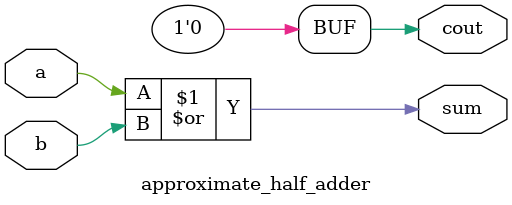
<source format=v>
`timescale 1ns / 1ps
module approximate_half_adder(
    input  a,
    input  b,
    output  sum,
    output  cout
    );

assign sum = a | b ;
assign cout = 0 ; 

endmodule

</source>
